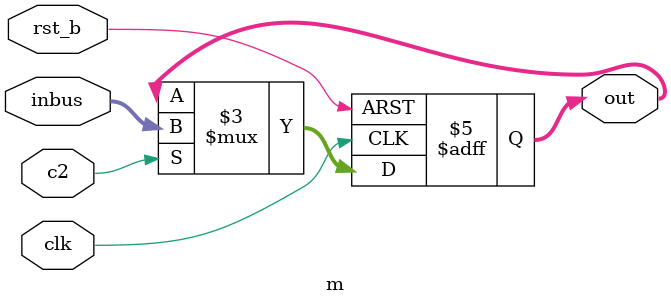
<source format=v>
module m (
    input clk, rst_b, c2,
    input [7:0] inbus,
    output reg [7:0] out
);
    always @(posedge clk, negedge rst_b)
        if(!rst_b)  out <= 0;
        else if(c2) out <= inbus;
endmodule

</source>
